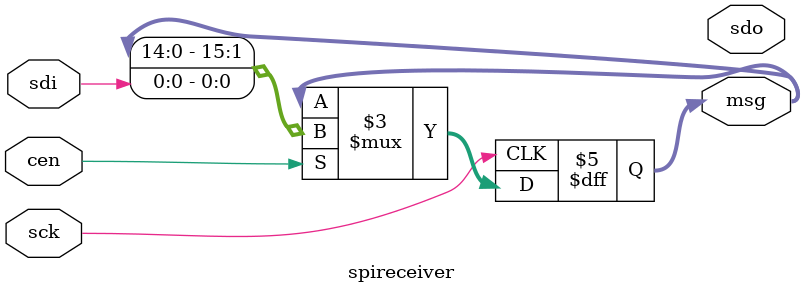
<source format=sv>
/*
spireceiver
	SPI interface module.
*/
module spireceiver #(parameter N=16)
				  (input	logic sck,
				   input	logic sdi,
				   input	logic cen,
				   output	logic sdo,
				   output	logic [N-1:0] msg);
	
	always_ff @(posedge sck)
        if (cen)  {msg} = {msg[N-2:0], sdi};
	
endmodule

</source>
